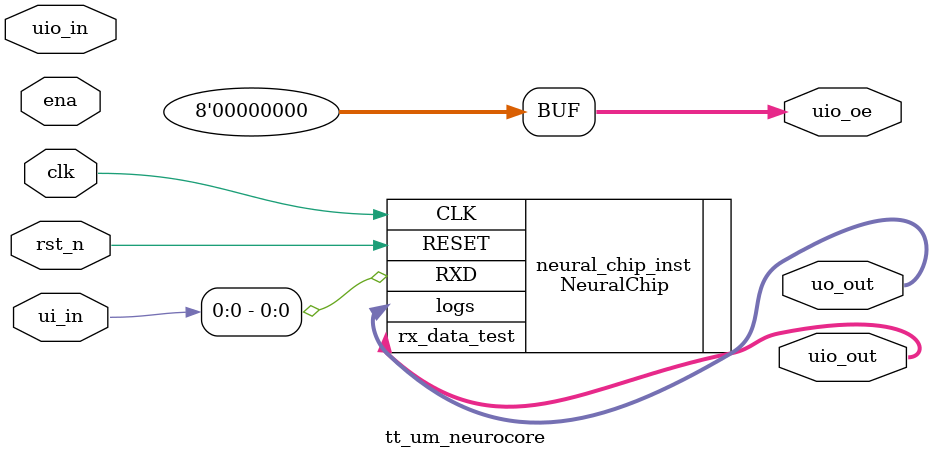
<source format=v>
`default_nettype none
`include "define.v"
`include "neurocore.v"

module tt_um_neurocore #( parameter MAX_COUNT = 24'd10_000_000 ) (
    input  wire [7:0] ui_in,    // Dedicated inputs
    output wire [7:0] uo_out,   // Dedicated outputs
    input  wire [7:0] uio_in,   // IOs: Input path
    output wire [7:0] uio_out,  // IOs: Output path
    output wire [7:0] uio_oe,   // IOs: Enable path (active high: 0=input, 1=output)
    input  wire       ena,      // will go high when the design is enabled
    input  wire       clk,      // clock
    input  wire       rst_n     // reset_n - low to reset
);




    NeuralChip neural_chip_inst (
        .CLK(clk),
        .RESET(rst_n),
        .RXD(ui_in[0]),
        .logs(uo_out[7:0]),
        .rx_data_test(uio_out)
    );

    // All output pins must be assigned. If not used, assign to 0.
    //assign uo_out[1:0] = 2'b0;  // Assign ou_out[7:3] to 0 as it's not used for output
    //assign uio_out[7:0] = 8'b0;     // Assign uio_out to 0 as it's not used for output
    assign uio_oe [7:0]= 8'b0;      // Assign uio_oe to 0 to configure uio pins as input or disable them for output

endmodule



</source>
